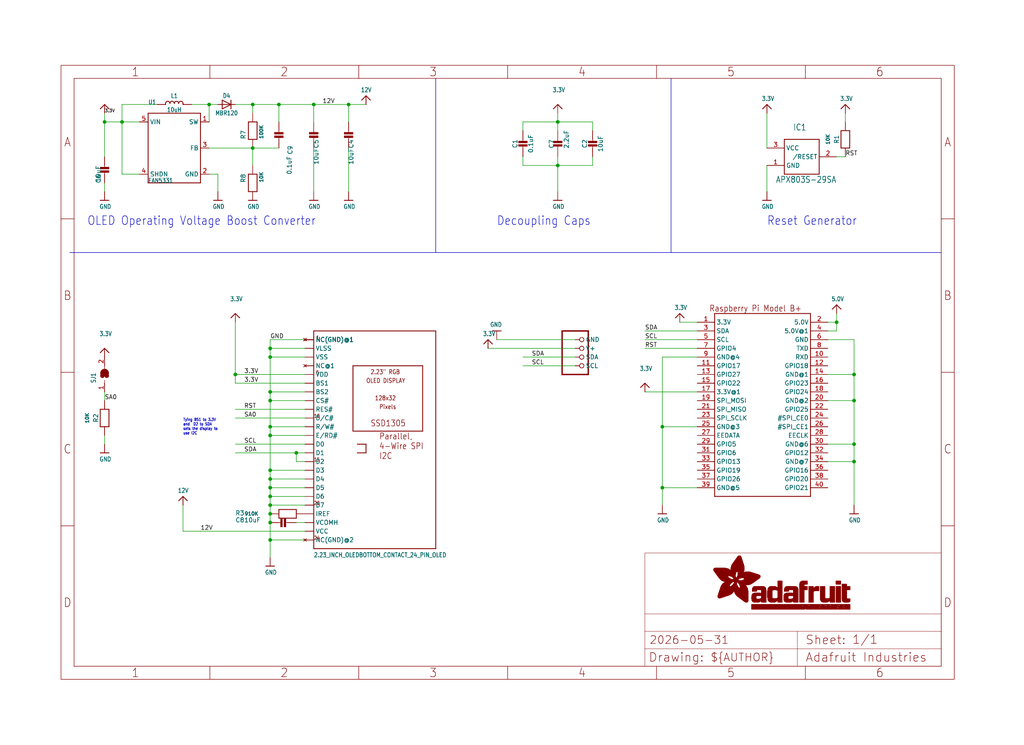
<source format=kicad_sch>
(kicad_sch (version 20230121) (generator eeschema)
  (paper "User" 298.45 217.322)
  (lib_symbols
    (symbol "working-eagle-import:12V" (power)
      (property "Value" "12V" (at -1.524 1.016 0))
      (symbol "12V_1_0"
        (pin power_in line (at 0 -2.54 90) (length 2.54) (name "12V") (number "1"))
      )
    )
    (symbol "working-eagle-import:2.23_INCH_OLEDBOTTOM_CONTACT_24_PIN_OLED"
      (symbol "2.23_INCH_OLEDBOTTOM_CONTACT_24_PIN_OLED_1_0"
        (text "1" (at -17.145 30.48 0) (effects (font (size 1.016 0.8636)) (justify left bottom)))
        (text "10" (at -17.78 7.62 0) (effects (font (size 1.016 0.8636)) (justify left bottom)))
        (text "128x32" (at 0 12.7 0) (effects (font (size 1.27 1.0795)) (justify left bottom)))
        (text "15" (at -17.78 -5.08 0) (effects (font (size 1.016 0.8636)) (justify left bottom)))
        (text "2.23\" RGB" (at -1.27 20.32 0) (effects (font (size 1.27 1.0795)) (justify left bottom)))
        (text "20" (at -17.78 -17.78 0) (effects (font (size 1.016 0.8636)) (justify left bottom)))
        (text "24" (at -17.78 -27.94 0) (effects (font (size 1.016 0.8636)) (justify left bottom)))
        (text "5" (at -17.145 20.32 0) (effects (font (size 1.016 0.8636)) (justify left bottom)))
        (text "OLED DISPLAY" (at -2.54 17.78 0) (effects (font (size 1.27 1.0795)) (justify left bottom)))
        (text "Parallel,\n4-Wire SPI\nI2C" (at 1.27 -4.445 0) (effects (font (size 1.778 1.5113)) (justify left bottom)))
        (text "Pixels" (at 1.27 10.16 0) (effects (font (size 1.27 1.0795)) (justify left bottom)))
        (text "SSD1305" (at -1.27 5.08 0) (effects (font (size 1.778 1.5113)) (justify left bottom)))
        (pin no_connect line (at -20.32 30.48 0) (length 2.54) (name "NC(GND)@1") (number "1"))
        (pin bidirectional line (at -20.32 7.62 0) (length 2.54) (name "D/C#") (number "10"))
        (pin bidirectional line (at -20.32 5.08 0) (length 2.54) (name "R/W#") (number "11"))
        (pin bidirectional line (at -20.32 2.54 0) (length 2.54) (name "E/RD#") (number "12"))
        (pin bidirectional line (at -20.32 0 0) (length 2.54) (name "D0") (number "13"))
        (pin bidirectional line (at -20.32 -2.54 0) (length 2.54) (name "D1") (number "14"))
        (pin bidirectional line (at -20.32 -5.08 0) (length 2.54) (name "D2") (number "15"))
        (pin bidirectional line (at -20.32 -7.62 0) (length 2.54) (name "D3") (number "16"))
        (pin bidirectional line (at -20.32 -10.16 0) (length 2.54) (name "D4") (number "17"))
        (pin bidirectional line (at -20.32 -12.7 0) (length 2.54) (name "D5") (number "18"))
        (pin bidirectional line (at -20.32 -15.24 0) (length 2.54) (name "D6") (number "19"))
        (pin power_in line (at -20.32 27.94 0) (length 2.54) (name "VLSS") (number "2"))
        (pin bidirectional line (at -20.32 -17.78 0) (length 2.54) (name "D7") (number "20"))
        (pin bidirectional line (at -20.32 -20.32 0) (length 2.54) (name "IREF") (number "21"))
        (pin power_in line (at -20.32 -22.86 0) (length 2.54) (name "VCOMH") (number "22"))
        (pin power_in line (at -20.32 -25.4 0) (length 2.54) (name "VCC") (number "23"))
        (pin no_connect line (at -20.32 -27.94 0) (length 2.54) (name "NC(GND)@2") (number "24"))
        (pin power_in line (at -20.32 25.4 0) (length 2.54) (name "VSS") (number "3"))
        (pin no_connect line (at -20.32 22.86 0) (length 2.54) (name "NC@1") (number "4"))
        (pin power_in line (at -20.32 20.32 0) (length 2.54) (name "VDD") (number "5"))
        (pin bidirectional line (at -20.32 17.78 0) (length 2.54) (name "BS1") (number "6"))
        (pin bidirectional line (at -20.32 15.24 0) (length 2.54) (name "BS2") (number "7"))
        (pin bidirectional line (at -20.32 12.7 0) (length 2.54) (name "CS#") (number "8"))
        (pin bidirectional line (at -20.32 10.16 0) (length 2.54) (name "RES#") (number "9"))
        (pin no_connect line (at -20.32 30.48 0) (length 2.54) (name "NC(GND)@1") (number "SPRT1"))
        (pin no_connect line (at -20.32 30.48 0) (length 2.54) (name "NC(GND)@1") (number "SPRT2"))
      )
    )
    (symbol "working-eagle-import:3.3V" (power)
      (property "Value" "3.3V" (at -1.524 1.016 0))
      (symbol "3.3V_1_0"
        (pin power_in line (at 0 -2.54 90) (length 2.54) (name "3.3V") (number "1"))
      )
    )
    (symbol "working-eagle-import:5.0V" (power)
      (property "Value" "5.0V" (at -1.524 1.016 0))
      (symbol "5.0V_1_0"
        (pin power_in line (at 0 -2.54 90) (length 2.54) (name "5.0V") (number "1"))
      )
    )
    (symbol "working-eagle-import:AXP083-SAG"
      (property "Reference" "IC" (at -5.08 -7.62 0))
      (symbol "AXP083-SAG_1_0"
        (pin power_in line (at -10.16 -2.54 0) (length 5.08) (name "GND") (number "1"))
        (pin output line (at 10.16 0 180) (length 5.08) (name "/RESET") (number "2"))
        (pin power_in line (at -10.16 2.54 0) (length 5.08) (name "VCC") (number "3"))
      )
    )
    (symbol "working-eagle-import:CAP_CERAMIC0603_NO"
      (property "Reference" "C" (at -2.29 1.25 90))
      (symbol "CAP_CERAMIC0603_NO_1_0"
        (pin passive line (at 0 5.08 270) (length 2.54) (name "1") (number "1"))
        (pin passive line (at 0 -2.54 90) (length 2.54) (name "2") (number "2"))
      )
    )
    (symbol "working-eagle-import:CAP_CERAMIC0805-NOOUTLINE"
      (property "Reference" "C" (at -2.29 1.25 90))
      (symbol "CAP_CERAMIC0805-NOOUTLINE_1_0"
        (pin passive line (at 0 5.08 270) (length 2.54) (name "1") (number "1"))
        (pin passive line (at 0 -2.54 90) (length 2.54) (name "2") (number "2"))
      )
    )
    (symbol "working-eagle-import:DIODESOD-123"
      (property "Reference" "D" (at 0 2.54 0))
      (symbol "DIODESOD-123_1_0"
        (pin passive line (at -2.54 0 0) (length 2.54) (name "A") (number "A"))
        (pin passive line (at 2.54 0 180) (length 2.54) (name "C") (number "C"))
      )
    )
    (symbol "working-eagle-import:FRAME_A4_ADAFRUIT"
      (symbol "FRAME_A4_ADAFRUIT_1_0"
        (text "${#}/${##}" (at 230.505 10.16 0) (effects (font (size 2.54 2.54)) (justify left bottom)))
        (text "${AUTHOR}" (at 189.23 5.08 0) (effects (font (size 2.286 2.286)) (justify left bottom)))
        (text "${CURRENT_DATE}" (at 171.45 10.16 0) (effects (font (size 2.286 2.286)) (justify left bottom)))
        (text "${PROJECTNAME}" (at 171.45 15.24 0) (effects (font (size 2.54 2.54)) (justify left bottom)))
        (text "1" (at 21.6958 1.905 0) (effects (font (size 2.54 2.286))))
        (text "1" (at 21.6958 177.165 0) (effects (font (size 2.54 2.286))))
        (text "2" (at 65.0875 1.905 0) (effects (font (size 2.54 2.286))))
        (text "2" (at 65.0875 177.165 0) (effects (font (size 2.54 2.286))))
        (text "3" (at 108.4792 1.905 0) (effects (font (size 2.54 2.286))))
        (text "3" (at 108.4792 177.165 0) (effects (font (size 2.54 2.286))))
        (text "4" (at 151.8708 1.905 0) (effects (font (size 2.54 2.286))))
        (text "4" (at 151.8708 177.165 0) (effects (font (size 2.54 2.286))))
        (text "5" (at 195.2625 1.905 0) (effects (font (size 2.54 2.286))))
        (text "5" (at 195.2625 177.165 0) (effects (font (size 2.54 2.286))))
        (text "6" (at 238.6542 1.905 0) (effects (font (size 2.54 2.286))))
        (text "6" (at 238.6542 177.165 0) (effects (font (size 2.54 2.286))))
        (text "A" (at 1.905 156.6863 0) (effects (font (size 2.54 2.286))))
        (text "A" (at 258.445 156.6863 0) (effects (font (size 2.54 2.286))))
        (text "Adafruit Industries" (at 216.916 4.953 0) (effects (font (size 2.54 2.54)) (justify left bottom)))
        (text "B" (at 1.905 111.9188 0) (effects (font (size 2.54 2.286))))
        (text "B" (at 258.445 111.9188 0) (effects (font (size 2.54 2.286))))
        (text "C" (at 1.905 67.1513 0) (effects (font (size 2.54 2.286))))
        (text "C" (at 258.445 67.1513 0) (effects (font (size 2.54 2.286))))
        (text "D" (at 1.905 22.3838 0) (effects (font (size 2.54 2.286))))
        (text "D" (at 258.445 22.3838 0) (effects (font (size 2.54 2.286))))
        (text "Drawing:" (at 171.196 4.953 0) (effects (font (size 2.54 2.54)) (justify left bottom)))
        (text "Sheet:" (at 216.916 10.033 0) (effects (font (size 2.54 2.54)) (justify left bottom)))
      )
    )
    (symbol "working-eagle-import:GND" (power)
      (property "Value" "GND" (at -1.524 -2.54 0))
      (symbol "GND_1_0"
        (pin power_in line (at 0 2.54 270) (length 2.54) (name "GND") (number "1"))
      )
    )
    (symbol "working-eagle-import:INDUCTOR"
      (property "Reference" "L" (at 0 2.54 0))
      (symbol "INDUCTOR_1_0"
        (pin passive line (at -5.08 0 0) (length 2.54) (name "1") (number "P$1"))
        (pin passive line (at 5.08 0 180) (length 2.54) (name "2") (number "P$2"))
      )
    )
    (symbol "working-eagle-import:RASPBERRYPI_BPLUS_BONNETSMT"
      (symbol "RASPBERRYPI_BPLUS_BONNETSMT_1_0"
        (text "Raspberry Pi Model B+" (at 12.7 25.4 0) (effects (font (size 1.778 1.5113)) (justify right top)))
        (pin power_in line (at -17.78 20.32 0) (length 5.08) (name "3.3V") (number "1"))
        (pin bidirectional line (at 20.32 10.16 180) (length 5.08) (name "RXD") (number "10"))
        (pin bidirectional line (at -17.78 7.62 0) (length 5.08) (name "GPIO17") (number "11"))
        (pin bidirectional line (at 20.32 7.62 180) (length 5.08) (name "GPIO18") (number "12"))
        (pin bidirectional line (at -17.78 5.08 0) (length 5.08) (name "GPIO27") (number "13"))
        (pin power_in line (at 20.32 5.08 180) (length 5.08) (name "GND@1") (number "14"))
        (pin bidirectional line (at -17.78 2.54 0) (length 5.08) (name "GPIO22") (number "15"))
        (pin bidirectional line (at 20.32 2.54 180) (length 5.08) (name "GPIO23") (number "16"))
        (pin power_in line (at -17.78 0 0) (length 5.08) (name "3.3V@1") (number "17"))
        (pin bidirectional line (at 20.32 0 180) (length 5.08) (name "GPIO24") (number "18"))
        (pin bidirectional line (at -17.78 -2.54 0) (length 5.08) (name "SPI_MOSI") (number "19"))
        (pin power_in line (at 20.32 20.32 180) (length 5.08) (name "5.0V") (number "2"))
        (pin power_in line (at 20.32 -2.54 180) (length 5.08) (name "GND@2") (number "20"))
        (pin bidirectional line (at -17.78 -5.08 0) (length 5.08) (name "SPI_MISO") (number "21"))
        (pin bidirectional line (at 20.32 -5.08 180) (length 5.08) (name "GPIO25") (number "22"))
        (pin bidirectional line (at -17.78 -7.62 0) (length 5.08) (name "SPI_SCLK") (number "23"))
        (pin bidirectional line (at 20.32 -7.62 180) (length 5.08) (name "#SPI_CE0") (number "24"))
        (pin power_in line (at -17.78 -10.16 0) (length 5.08) (name "GND@3") (number "25"))
        (pin bidirectional line (at 20.32 -10.16 180) (length 5.08) (name "#SPI_CE1") (number "26"))
        (pin bidirectional line (at -17.78 -12.7 0) (length 5.08) (name "EEDATA") (number "27"))
        (pin bidirectional line (at 20.32 -12.7 180) (length 5.08) (name "EECLK") (number "28"))
        (pin bidirectional line (at -17.78 -15.24 0) (length 5.08) (name "GPIO5") (number "29"))
        (pin bidirectional line (at -17.78 17.78 0) (length 5.08) (name "SDA") (number "3"))
        (pin power_in line (at 20.32 -15.24 180) (length 5.08) (name "GND@6") (number "30"))
        (pin bidirectional line (at -17.78 -17.78 0) (length 5.08) (name "GPIO6") (number "31"))
        (pin bidirectional line (at 20.32 -17.78 180) (length 5.08) (name "GPIO12") (number "32"))
        (pin bidirectional line (at -17.78 -20.32 0) (length 5.08) (name "GPIO13") (number "33"))
        (pin power_in line (at 20.32 -20.32 180) (length 5.08) (name "GND@7") (number "34"))
        (pin bidirectional line (at -17.78 -22.86 0) (length 5.08) (name "GPIO19") (number "35"))
        (pin bidirectional line (at 20.32 -22.86 180) (length 5.08) (name "GPIO16") (number "36"))
        (pin bidirectional line (at -17.78 -25.4 0) (length 5.08) (name "GPIO26") (number "37"))
        (pin bidirectional line (at 20.32 -25.4 180) (length 5.08) (name "GPIO20") (number "38"))
        (pin power_in line (at -17.78 -27.94 0) (length 5.08) (name "GND@5") (number "39"))
        (pin power_in line (at 20.32 17.78 180) (length 5.08) (name "5.0V@1") (number "4"))
        (pin bidirectional line (at 20.32 -27.94 180) (length 5.08) (name "GPIO21") (number "40"))
        (pin bidirectional line (at -17.78 15.24 0) (length 5.08) (name "SCL") (number "5"))
        (pin power_in line (at 20.32 15.24 180) (length 5.08) (name "GND") (number "6"))
        (pin bidirectional line (at -17.78 12.7 0) (length 5.08) (name "GPIO4") (number "7"))
        (pin bidirectional line (at 20.32 12.7 180) (length 5.08) (name "TXD") (number "8"))
        (pin power_in line (at -17.78 10.16 0) (length 5.08) (name "GND@4") (number "9"))
      )
    )
    (symbol "working-eagle-import:RESISTOR0805_NOOUTLINE"
      (property "Reference" "R" (at 0 2.54 0))
      (symbol "RESISTOR0805_NOOUTLINE_1_0"
        (pin passive line (at -5.08 0 0) (length 2.54) (name "1") (number "1"))
        (pin passive line (at 5.08 0 180) (length 2.54) (name "2") (number "2"))
      )
    )
    (symbol "working-eagle-import:RESISTOR_0603_NOOUT"
      (property "Reference" "R" (at 0 2.54 0))
      (symbol "RESISTOR_0603_NOOUT_1_0"
        (pin passive line (at -5.08 0 0) (length 2.54) (name "1") (number "1"))
        (pin passive line (at 5.08 0 180) (length 2.54) (name "2") (number "2"))
      )
    )
    (symbol "working-eagle-import:SOLDERJUMPER"
      (property "Reference" "SJ" (at -2.54 2.54 0))
      (symbol "SOLDERJUMPER_1_0"
        (pin passive line (at -5.08 0 0) (length 2.54) (name "1") (number "1"))
        (pin passive line (at 5.08 0 180) (length 2.54) (name "2") (number "2"))
      )
    )
    (symbol "working-eagle-import:STEMMA_I2C_QT"
      (symbol "STEMMA_I2C_QT_1_0"
        (pin passive inverted (at 0 5.08 0) (length 2.54) (name "GND") (number "1"))
        (pin passive inverted (at 0 2.54 0) (length 2.54) (name "V+") (number "2"))
        (pin passive inverted (at 0 0 0) (length 2.54) (name "SDA") (number "3"))
        (pin passive inverted (at 0 -2.54 0) (length 2.54) (name "SCL") (number "4"))
      )
      (symbol "STEMMA_I2C_QT_2_0"
        (pin bidirectional line (at 0 0 0) (length 5.08) (name "MT") (number "MT1"))
      )
      (symbol "STEMMA_I2C_QT_3_0"
        (pin bidirectional line (at 0 0 0) (length 5.08) (name "MT") (number "MT2"))
      )
    )
    (symbol "working-eagle-import:VIN" (power)
      (property "Value" "VIN" (at -1.524 1.016 0))
      (symbol "VIN_1_0"
        (pin power_in line (at 0 -2.54 90) (length 2.54) (name "VIN") (number "1"))
      )
    )
    (symbol "working-eagle-import:VREG_FAN5331"
      (property "Reference" "U" (at -7.62 12.7 0))
      (symbol "VREG_FAN5331_1_0"
        (pin bidirectional line (at 10.16 7.62 180) (length 2.54) (name "SW") (number "1"))
        (pin bidirectional line (at 10.16 -7.62 180) (length 2.54) (name "GND") (number "2"))
        (pin bidirectional line (at 10.16 0 180) (length 2.54) (name "FB") (number "3"))
        (pin bidirectional line (at -10.16 -7.62 0) (length 2.54) (name "SHDN") (number "4"))
        (pin bidirectional line (at -10.16 7.62 0) (length 2.54) (name "VIN") (number "5"))
      )
    )
  )
  (junction (at 60.96 30.48))
  (junction (at 81.28 30.48))
  (junction (at 193.04 142.24))
  (junction (at 78.74 116.84))
  (junction (at 162.56 35.56))
  (junction (at 248.92 116.84))
  (junction (at 248.92 134.62))
  (junction (at 248.92 129.54))
  (junction (at 162.56 48.26))
  (junction (at 78.74 139.7))
  (junction (at 78.74 142.24))
  (junction (at 248.92 109.22))
  (junction (at 73.66 43.18))
  (junction (at 86.36 132.08))
  (junction (at 243.84 93.98))
  (junction (at 78.74 124.46))
  (junction (at 35.56 35.56))
  (junction (at 78.74 149.86))
  (junction (at 30.48 35.56))
  (junction (at 78.74 147.32))
  (junction (at 78.74 114.3))
  (junction (at 78.74 127))
  (junction (at 91.44 30.48))
  (junction (at 193.04 124.46))
  (junction (at 78.74 152.4))
  (junction (at 78.74 101.6))
  (junction (at 73.66 30.48))
  (junction (at 78.74 157.48))
  (junction (at 78.74 137.16))
  (junction (at 78.74 144.78))
  (junction (at 101.6 30.48))
  (junction (at 68.58 109.22))
  (junction (at 78.74 104.14))
  (wire (pts (xy 88.9 129.54) (xy 68.58 129.54)) (stroke (width 0.1524)))
  (wire (pts (xy 172.72 35.56) (xy 162.56 35.56)) (stroke (width 0.1524)))
  (wire (pts (xy 78.74 157.48) (xy 88.9 157.48)) (stroke (width 0.1524)))
  (wire (pts (xy 78.74 147.32) (xy 88.9 147.32)) (stroke (width 0.1524)))
  (wire (pts (xy 63.5 50.8) (xy 63.5 55.88)) (stroke (width 0.1524)))
  (wire (pts (xy 78.74 142.24) (xy 88.9 142.24)) (stroke (width 0.1524)))
  (wire (pts (xy 203.2 99.06) (xy 187.96 99.06)) (stroke (width 0.1524)))
  (wire (pts (xy 86.36 132.08) (xy 68.58 132.08)) (stroke (width 0.1524)))
  (wire (pts (xy 78.74 162.56) (xy 78.74 157.48)) (stroke (width 0.1524)))
  (wire (pts (xy 40.64 50.8) (xy 35.56 50.8)) (stroke (width 0.1524)))
  (wire (pts (xy 91.44 43.18) (xy 91.44 55.88)) (stroke (width 0.1524)))
  (wire (pts (xy 162.56 38.1) (xy 162.56 35.56)) (stroke (width 0.1524)))
  (wire (pts (xy 73.66 30.48) (xy 73.66 33.02)) (stroke (width 0.1524)))
  (wire (pts (xy 73.66 30.48) (xy 81.28 30.48)) (stroke (width 0.1524)))
  (wire (pts (xy 193.04 142.24) (xy 193.04 147.32)) (stroke (width 0.1524)))
  (wire (pts (xy 78.74 101.6) (xy 78.74 104.14)) (stroke (width 0.1524)))
  (wire (pts (xy 78.74 142.24) (xy 78.74 144.78)) (stroke (width 0.1524)))
  (wire (pts (xy 78.74 116.84) (xy 78.74 114.3)) (stroke (width 0.1524)))
  (wire (pts (xy 241.3 99.06) (xy 248.92 99.06)) (stroke (width 0.1524)))
  (wire (pts (xy 30.48 35.56) (xy 30.48 45.72)) (stroke (width 0.1524)))
  (wire (pts (xy 193.04 104.14) (xy 193.04 124.46)) (stroke (width 0.1524)))
  (wire (pts (xy 203.2 104.14) (xy 193.04 104.14)) (stroke (width 0.1524)))
  (wire (pts (xy 162.56 48.26) (xy 162.56 55.88)) (stroke (width 0.1524)))
  (wire (pts (xy 88.9 132.08) (xy 86.36 132.08)) (stroke (width 0.1524)))
  (wire (pts (xy 53.34 154.94) (xy 53.34 147.32)) (stroke (width 0.1524)))
  (wire (pts (xy 246.38 35.56) (xy 246.38 33.02)) (stroke (width 0.1524)))
  (wire (pts (xy 60.96 30.48) (xy 55.88 30.48)) (stroke (width 0.1524)))
  (wire (pts (xy 248.92 99.06) (xy 248.92 109.22)) (stroke (width 0.1524)))
  (wire (pts (xy 223.52 48.26) (xy 223.52 55.88)) (stroke (width 0.1524)))
  (wire (pts (xy 60.96 30.48) (xy 63.5 30.48)) (stroke (width 0.1524)))
  (wire (pts (xy 86.36 134.62) (xy 86.36 132.08)) (stroke (width 0.1524)))
  (wire (pts (xy 30.48 53.34) (xy 30.48 55.88)) (stroke (width 0.1524)))
  (wire (pts (xy 78.74 137.16) (xy 78.74 139.7)) (stroke (width 0.1524)))
  (wire (pts (xy 223.52 43.18) (xy 223.52 33.02)) (stroke (width 0.1524)))
  (wire (pts (xy 88.9 99.06) (xy 78.74 99.06)) (stroke (width 0.1524)))
  (wire (pts (xy 30.48 114.3) (xy 30.48 116.84)) (stroke (width 0.1524)))
  (wire (pts (xy 88.9 104.14) (xy 78.74 104.14)) (stroke (width 0.1524)))
  (wire (pts (xy 73.66 55.88) (xy 73.66 58.42)) (stroke (width 0.1524)))
  (wire (pts (xy 78.74 149.86) (xy 78.74 152.4)) (stroke (width 0.1524)))
  (wire (pts (xy 203.2 114.3) (xy 187.96 114.3)) (stroke (width 0.1524)))
  (polyline (pts (xy 127 22.86) (xy 127 73.66)) (stroke (width 0.1524) (type solid)))
  (wire (pts (xy 88.9 127) (xy 78.74 127)) (stroke (width 0.1524)))
  (polyline (pts (xy 195.58 22.86) (xy 195.58 73.66)) (stroke (width 0.1524) (type solid)))
  (wire (pts (xy 162.56 35.56) (xy 152.4 35.56)) (stroke (width 0.1524)))
  (wire (pts (xy 203.2 124.46) (xy 193.04 124.46)) (stroke (width 0.1524)))
  (wire (pts (xy 241.3 129.54) (xy 248.92 129.54)) (stroke (width 0.1524)))
  (wire (pts (xy 60.96 35.56) (xy 60.96 30.48)) (stroke (width 0.1524)))
  (wire (pts (xy 241.3 109.22) (xy 248.92 109.22)) (stroke (width 0.1524)))
  (wire (pts (xy 88.9 116.84) (xy 78.74 116.84)) (stroke (width 0.1524)))
  (wire (pts (xy 172.72 45.72) (xy 172.72 48.26)) (stroke (width 0.1524)))
  (wire (pts (xy 35.56 50.8) (xy 35.56 35.56)) (stroke (width 0.1524)))
  (wire (pts (xy 78.74 116.84) (xy 78.74 124.46)) (stroke (width 0.1524)))
  (wire (pts (xy 35.56 35.56) (xy 35.56 30.48)) (stroke (width 0.1524)))
  (wire (pts (xy 243.84 93.98) (xy 243.84 91.44)) (stroke (width 0.1524)))
  (wire (pts (xy 78.74 99.06) (xy 78.74 101.6)) (stroke (width 0.1524)))
  (wire (pts (xy 78.74 104.14) (xy 78.74 114.3)) (stroke (width 0.1524)))
  (wire (pts (xy 78.74 152.4) (xy 78.74 157.48)) (stroke (width 0.1524)))
  (wire (pts (xy 30.48 35.56) (xy 30.48 33.02)) (stroke (width 0.1524)))
  (wire (pts (xy 68.58 30.48) (xy 73.66 30.48)) (stroke (width 0.1524)))
  (wire (pts (xy 152.4 104.14) (xy 167.64 104.14)) (stroke (width 0.1524)))
  (wire (pts (xy 81.28 30.48) (xy 91.44 30.48)) (stroke (width 0.1524)))
  (wire (pts (xy 88.9 139.7) (xy 78.74 139.7)) (stroke (width 0.1524)))
  (wire (pts (xy 60.96 43.18) (xy 73.66 43.18)) (stroke (width 0.1524)))
  (wire (pts (xy 73.66 43.18) (xy 73.66 48.26)) (stroke (width 0.1524)))
  (wire (pts (xy 241.3 116.84) (xy 248.92 116.84)) (stroke (width 0.1524)))
  (wire (pts (xy 88.9 119.38) (xy 68.58 119.38)) (stroke (width 0.1524)))
  (wire (pts (xy 88.9 101.6) (xy 78.74 101.6)) (stroke (width 0.1524)))
  (wire (pts (xy 91.44 30.48) (xy 91.44 35.56)) (stroke (width 0.1524)))
  (wire (pts (xy 60.96 50.8) (xy 63.5 50.8)) (stroke (width 0.1524)))
  (wire (pts (xy 78.74 127) (xy 78.74 124.46)) (stroke (width 0.1524)))
  (wire (pts (xy 88.9 121.92) (xy 68.58 121.92)) (stroke (width 0.1524)))
  (wire (pts (xy 162.56 35.56) (xy 162.56 33.02)) (stroke (width 0.1524)))
  (wire (pts (xy 35.56 30.48) (xy 45.72 30.48)) (stroke (width 0.1524)))
  (wire (pts (xy 30.48 129.54) (xy 30.48 127)) (stroke (width 0.1524)))
  (wire (pts (xy 78.74 144.78) (xy 78.74 147.32)) (stroke (width 0.1524)))
  (wire (pts (xy 203.2 93.98) (xy 198.12 93.98)) (stroke (width 0.1524)))
  (wire (pts (xy 203.2 96.52) (xy 187.96 96.52)) (stroke (width 0.1524)))
  (wire (pts (xy 78.74 144.78) (xy 88.9 144.78)) (stroke (width 0.1524)))
  (wire (pts (xy 248.92 109.22) (xy 248.92 116.84)) (stroke (width 0.1524)))
  (wire (pts (xy 241.3 134.62) (xy 248.92 134.62)) (stroke (width 0.1524)))
  (wire (pts (xy 88.9 111.76) (xy 68.58 111.76)) (stroke (width 0.1524)))
  (wire (pts (xy 167.64 101.6) (xy 142.24 101.6)) (stroke (width 0.1524)))
  (wire (pts (xy 193.04 124.46) (xy 193.04 142.24)) (stroke (width 0.1524)))
  (wire (pts (xy 35.56 35.56) (xy 30.48 35.56)) (stroke (width 0.1524)))
  (wire (pts (xy 88.9 137.16) (xy 78.74 137.16)) (stroke (width 0.1524)))
  (wire (pts (xy 86.36 152.4) (xy 88.9 152.4)) (stroke (width 0.1524)))
  (polyline (pts (xy 195.58 73.66) (xy 274.32 73.66)) (stroke (width 0.1524) (type solid)))
  (wire (pts (xy 68.58 93.98) (xy 68.58 109.22)) (stroke (width 0.1524)))
  (wire (pts (xy 152.4 106.68) (xy 167.64 106.68)) (stroke (width 0.1524)))
  (wire (pts (xy 248.92 134.62) (xy 248.92 147.32)) (stroke (width 0.1524)))
  (wire (pts (xy 88.9 109.22) (xy 68.58 109.22)) (stroke (width 0.1524)))
  (wire (pts (xy 152.4 35.56) (xy 152.4 38.1)) (stroke (width 0.1524)))
  (wire (pts (xy 172.72 38.1) (xy 172.72 35.56)) (stroke (width 0.1524)))
  (wire (pts (xy 78.74 127) (xy 78.74 137.16)) (stroke (width 0.1524)))
  (wire (pts (xy 172.72 48.26) (xy 162.56 48.26)) (stroke (width 0.1524)))
  (wire (pts (xy 101.6 43.18) (xy 101.6 55.88)) (stroke (width 0.1524)))
  (wire (pts (xy 91.44 30.48) (xy 101.6 30.48)) (stroke (width 0.1524)))
  (wire (pts (xy 248.92 129.54) (xy 248.92 134.62)) (stroke (width 0.1524)))
  (wire (pts (xy 101.6 30.48) (xy 106.68 30.48)) (stroke (width 0.1524)))
  (wire (pts (xy 81.28 30.48) (xy 81.28 35.56)) (stroke (width 0.1524)))
  (wire (pts (xy 243.84 96.52) (xy 243.84 93.98)) (stroke (width 0.1524)))
  (wire (pts (xy 162.56 45.72) (xy 162.56 48.26)) (stroke (width 0.1524)))
  (wire (pts (xy 40.64 35.56) (xy 35.56 35.56)) (stroke (width 0.1524)))
  (wire (pts (xy 243.84 45.72) (xy 246.38 45.72)) (stroke (width 0.1524)))
  (wire (pts (xy 167.64 99.06) (xy 144.78 99.06)) (stroke (width 0.1524)))
  (wire (pts (xy 241.3 93.98) (xy 243.84 93.98)) (stroke (width 0.1524)))
  (wire (pts (xy 88.9 134.62) (xy 86.36 134.62)) (stroke (width 0.1524)))
  (wire (pts (xy 88.9 154.94) (xy 53.34 154.94)) (stroke (width 0.1524)))
  (wire (pts (xy 73.66 43.18) (xy 81.28 43.18)) (stroke (width 0.1524)))
  (polyline (pts (xy 20.32 73.66) (xy 127 73.66)) (stroke (width 0.1524) (type solid)))
  (polyline (pts (xy 127 73.66) (xy 195.58 73.66)) (stroke (width 0.1524) (type solid)))
  (wire (pts (xy 203.2 142.24) (xy 193.04 142.24)) (stroke (width 0.1524)))
  (wire (pts (xy 78.74 147.32) (xy 78.74 149.86)) (stroke (width 0.1524)))
  (wire (pts (xy 203.2 101.6) (xy 187.96 101.6)) (stroke (width 0.1524)))
  (wire (pts (xy 152.4 45.72) (xy 152.4 48.26)) (stroke (width 0.1524)))
  (wire (pts (xy 78.74 139.7) (xy 78.74 142.24)) (stroke (width 0.1524)))
  (wire (pts (xy 101.6 30.48) (xy 101.6 35.56)) (stroke (width 0.1524)))
  (wire (pts (xy 248.92 116.84) (xy 248.92 129.54)) (stroke (width 0.1524)))
  (wire (pts (xy 152.4 48.26) (xy 162.56 48.26)) (stroke (width 0.1524)))
  (wire (pts (xy 88.9 124.46) (xy 78.74 124.46)) (stroke (width 0.1524)))
  (wire (pts (xy 241.3 96.52) (xy 243.84 96.52)) (stroke (width 0.1524)))
  (wire (pts (xy 88.9 114.3) (xy 78.74 114.3)) (stroke (width 0.1524)))
  (wire (pts (xy 68.58 111.76) (xy 68.58 109.22)) (stroke (width 0.1524)))
  (text "OLED Operating Voltage Boost Converter" (at 25.4 66.04 0) (effects (font (size 2.54 2.159)) (justify left bottom)))
  (text "Tying BS1 to 3.3V\nand  D2 to SDA\nsets the display to\nuse I2C" (at 53.34 127 0) (effects (font (size 0.8128 0.6908)) (justify left bottom)))
  (text "Reset Generator" (at 223.52 66.04 0) (effects (font (size 2.54 2.159)) (justify left bottom)))
  (text "Decoupling Caps" (at 144.78 66.04 0) (effects (font (size 2.54 2.159)) (justify left bottom)))
  (label "3.3V" (at 71.12 109.22 0) (effects (font (size 1.2446 1.2446))))
  (label "SA0" (at 30.48 116.84 0) (effects (font (size 1.2446 1.2446))))
  (label "GND" (at 78.74 99.06 0) (effects (font (size 1.2446 1.2446))))
  (label "SDA" (at 187.96 96.52 0) (effects (font (size 1.2446 1.2446))))
  (label "SCL" (at 71.12 129.54 0) (effects (font (size 1.2446 1.2446))))
  (label "SDA" (at 154.94 104.14 0) (effects (font (size 1.2446 1.2446))))
  (label "12V" (at 58.42 154.94 0) (effects (font (size 1.2446 1.2446))))
  (label "12V" (at 93.98 30.48 0) (effects (font (size 1.2446 1.2446))))
  (label "SCL" (at 187.96 99.06 0) (effects (font (size 1.2446 1.2446))))
  (label "SDA" (at 71.12 132.08 0) (effects (font (size 1.2446 1.2446))))
  (label "3.3V" (at 71.12 111.76 0) (effects (font (size 1.2446 1.2446))))
  (label "SCL" (at 154.94 106.68 0) (effects (font (size 1.2446 1.2446))))
  (label "RST" (at 187.96 101.6 0) (effects (font (size 1.2446 1.2446))))
  (label "RST" (at 71.12 119.38 0) (effects (font (size 1.2446 1.2446))))
  (label "3.3V" (at 30.48 33.02 0) (effects (font (size 0.889 0.889))))
  (label "RST" (at 246.38 45.72 0) (effects (font (size 1.2446 1.2446))))
  (label "SA0" (at 71.12 121.92 0) (effects (font (size 1.2446 1.2446))))
  (symbol (lib_id "working-eagle-import:RESISTOR_0603_NOOUT") (at 73.66 38.1 90) (unit 1)
    (property "Reference" "R7" (at 71.628 40.64 0) (effects (justify left bottom)))
    (property "Value" "100K" (at 76.835 40.64 0) (effects (font (size 1.016 1.016) bold) (justify left bottom)))
    (property "Footprint" "working:0603-NO" (effects hide))
  )
  (symbol (lib_id "working-eagle-import:RESISTOR_0603_NOOUT") (at 73.66 53.34 90) (unit 1)
    (property "Reference" "R8" (at 71.628 53.34 0) (effects (justify left bottom)))
    (property "Value" "10K" (at 76.835 53.34 0) (effects (font (size 1.016 1.016) bold) (justify left bottom)))
    (property "Footprint" "working:0603-NO" (effects hide))
  )
  (symbol (lib_id "working-eagle-import:5.0V") (at 243.84 88.9 0) (unit 1)
    (property "Reference" "#U$14" (effects hide))
    (property "Value" "5.0V" (at 242.316 87.884 0) (effects (font (size 1.27 1.0795)) (justify left bottom)))
  )
  (symbol (lib_id "working-eagle-import:GND") (at 162.56 58.42 0) (unit 1)
    (property "Reference" "#U$17" (effects hide))
    (property "Value" "GND" (at 161.036 60.96 0) (effects (font (size 1.27 1.0795)) (justify left bottom)))
  )
  (symbol (lib_id "working-eagle-import:CAP_CERAMIC0603_NO") (at 81.28 40.64 0) (unit 1)
    (property "Reference" "C9" (at 83.84 42.422 90) (effects (justify right top)))
    (property "Value" "0.1uF" (at 85.07 45.48 90) (effects (justify right bottom)))
    (property "Footprint" "working:0603-NO" (effects hide))
  )
  (symbol (lib_id "working-eagle-import:12V") (at 106.68 27.94 0) (unit 1)
    (property "Reference" "#U$39" (effects hide))
    (property "Value" "12V" (at 105.156 26.924 0) (effects (font (size 1.27 1.0795)) (justify left bottom)))
  )
  (symbol (lib_id "working-eagle-import:3.3V") (at 68.58 91.44 0) (unit 1)
    (property "Reference" "#U$30" (effects hide))
    (property "Value" "3.3V" (at 67.056 87.884 0) (effects (font (size 1.27 1.0795)) (justify left bottom)))
  )
  (symbol (lib_id "working-eagle-import:GND") (at 30.48 58.42 0) (unit 1)
    (property "Reference" "#U$34" (effects hide))
    (property "Value" "GND" (at 28.956 60.96 0) (effects (font (size 1.27 1.0795)) (justify left bottom)))
  )
  (symbol (lib_id "working-eagle-import:CAP_CERAMIC0805-NOOUTLINE") (at 101.6 38.1 180) (unit 1)
    (property "Reference" "C4" (at 101.6 40.64 90) (effects (justify left bottom)))
    (property "Value" "10uF" (at 101.6 43.18 90) (effects (justify left bottom)))
    (property "Footprint" "working:0805-NO" (effects hide))
  )
  (symbol (lib_id "working-eagle-import:3.3V") (at 198.12 91.44 0) (unit 1)
    (property "Reference" "#U$3" (effects hide))
    (property "Value" "3.3V" (at 196.596 90.424 0) (effects (font (size 1.27 1.0795)) (justify left bottom)))
  )
  (symbol (lib_id "working-eagle-import:2.23_INCH_OLEDBOTTOM_CONTACT_24_PIN_OLED") (at 109.22 129.54 0) (unit 1)
    (property "Reference" "U$33" (effects hide))
    (property "Value" "2.23_INCH_OLEDBOTTOM_CONTACT_24_PIN_OLED" (at 91.44 162.56 0) (effects (font (size 1.27 1.0795)) (justify left bottom)))
    (property "Footprint" "working:2.23OLED_BOTTOM_CONTACT" (effects hide))
  )
  (symbol (lib_id "working-eagle-import:GND") (at 248.92 149.86 0) (unit 1)
    (property "Reference" "#U$4" (effects hide))
    (property "Value" "GND" (at 247.396 152.4 0) (effects (font (size 1.27 1.0795)) (justify left bottom)))
  )
  (symbol (lib_id "working-eagle-import:AXP083-SAG") (at 233.68 45.72 0) (unit 1)
    (property "Reference" "IC1" (at 231.14 38.1 0) (effects (font (size 1.778 1.5113)) (justify left bottom)))
    (property "Value" "APX803S-29SA" (at 226.06 53.34 0) (effects (font (size 1.778 1.5113)) (justify left bottom)))
    (property "Footprint" "working:SOT23" (effects hide))
  )
  (symbol (lib_id "working-eagle-import:CAP_CERAMIC0805-NOOUTLINE") (at 83.82 152.4 90) (unit 1)
    (property "Reference" "C8" (at 68.58 152.4 90) (effects (justify right top)))
    (property "Value" "10uF" (at 71.12 152.4 90) (effects (justify right top)))
    (property "Footprint" "working:0805-NO" (effects hide))
  )
  (symbol (lib_id "working-eagle-import:STEMMA_I2C_QT") (at 167.64 104.14 0) (unit 1)
    (property "Reference" "CONN1" (effects hide))
    (property "Value" "STEMMA_I2C_QT" (effects hide))
    (property "Footprint" "working:JST_SH4" (effects hide))
  )
  (symbol (lib_id "working-eagle-import:GND") (at 63.5 58.42 0) (unit 1)
    (property "Reference" "#U$38" (effects hide))
    (property "Value" "GND" (at 61.976 60.96 0) (effects (font (size 1.27 1.0795)) (justify left bottom)))
  )
  (symbol (lib_id "working-eagle-import:DIODESOD-123") (at 66.04 30.48 0) (unit 1)
    (property "Reference" "D4" (at 66.04 27.94 0) (effects (font (size 1.27 1.0795))))
    (property "Value" "MBR120" (at 66.04 32.98 0) (effects (font (size 1.27 1.0795))))
    (property "Footprint" "working:SOD-123" (effects hide))
  )
  (symbol (lib_id "working-eagle-import:GND") (at 144.78 96.52 180) (unit 1)
    (property "Reference" "#U$25" (effects hide))
    (property "Value" "GND" (at 146.304 93.98 0) (effects (font (size 1.27 1.0795)) (justify left bottom)))
  )
  (symbol (lib_id "working-eagle-import:SOLDERJUMPER") (at 30.48 109.22 90) (unit 1)
    (property "Reference" "SJ1" (at 27.94 111.76 0) (effects (font (size 1.27 1.0795)) (justify left bottom)))
    (property "Value" "SOLDERJUMPER" (effects hide))
    (property "Footprint" "working:SOLDERJUMPER_ARROW_NOPASTE" (effects hide))
  )
  (symbol (lib_id "working-eagle-import:3.3V") (at 223.52 30.48 0) (unit 1)
    (property "Reference" "#U$7" (effects hide))
    (property "Value" "3.3V" (at 221.996 29.464 0) (effects (font (size 1.27 1.0795)) (justify left bottom)))
  )
  (symbol (lib_id "working-eagle-import:CAP_CERAMIC0805-NOOUTLINE") (at 30.48 48.26 180) (unit 1)
    (property "Reference" "C6" (at 27.94 50.8 90) (effects (justify left bottom)))
    (property "Value" "10uF" (at 27.94 48.26 90) (effects (justify left bottom)))
    (property "Footprint" "working:0805-NO" (effects hide))
  )
  (symbol (lib_id "working-eagle-import:RASPBERRYPI_BPLUS_BONNETSMT") (at 220.98 114.3 0) (unit 1)
    (property "Reference" "RPI1" (effects hide))
    (property "Value" "RASPBERRYPI_BPLUS_BONNETSMT" (effects hide))
    (property "Footprint" "working:PI_BONNET_SMT" (effects hide))
  )
  (symbol (lib_id "working-eagle-import:3.3V") (at 162.56 30.48 0) (unit 1)
    (property "Reference" "#U$16" (effects hide))
    (property "Value" "3.3V" (at 161.036 26.924 0) (effects (font (size 1.27 1.0795)) (justify left bottom)))
  )
  (symbol (lib_id "working-eagle-import:GND") (at 30.48 132.08 0) (unit 1)
    (property "Reference" "#U$10" (effects hide))
    (property "Value" "GND" (at 28.956 134.62 0) (effects (font (size 1.27 1.0795)) (justify left bottom)))
  )
  (symbol (lib_id "working-eagle-import:FRAME_A4_ADAFRUIT") (at 17.78 198.12 0) (unit 1)
    (property "Reference" "#U$1" (effects hide))
    (property "Value" "FRAME_A4_ADAFRUIT" (effects hide))
  )
  (symbol (lib_id "working-eagle-import:CAP_CERAMIC0805-NOOUTLINE") (at 91.44 38.1 180) (unit 1)
    (property "Reference" "C5" (at 91.44 40.64 90) (effects (justify left bottom)))
    (property "Value" "10uF" (at 91.44 43.18 90) (effects (justify left bottom)))
    (property "Footprint" "working:0805-NO" (effects hide))
  )
  (symbol (lib_id "working-eagle-import:GND") (at 91.44 58.42 0) (unit 1)
    (property "Reference" "#U$36" (effects hide))
    (property "Value" "GND" (at 89.916 60.96 0) (effects (font (size 1.27 1.0795)) (justify left bottom)))
  )
  (symbol (lib_id "working-eagle-import:12V") (at 53.34 144.78 0) (unit 1)
    (property "Reference" "#U$27" (effects hide))
    (property "Value" "12V" (at 51.816 143.764 0) (effects (font (size 1.27 1.0795)) (justify left bottom)))
  )
  (symbol (lib_id "working-eagle-import:3.3V") (at 142.24 99.06 0) (unit 1)
    (property "Reference" "#U$24" (effects hide))
    (property "Value" "3.3V" (at 140.716 98.044 0) (effects (font (size 1.27 1.0795)) (justify left bottom)))
  )
  (symbol (lib_id "working-eagle-import:3.3V") (at 30.48 101.6 0) (unit 1)
    (property "Reference" "#U$5" (effects hide))
    (property "Value" "3.3V" (at 28.956 98.044 0) (effects (font (size 1.27 1.0795)) (justify left bottom)))
  )
  (symbol (lib_id "working-eagle-import:GND") (at 101.6 58.42 0) (unit 1)
    (property "Reference" "#U$37" (effects hide))
    (property "Value" "GND" (at 100.076 60.96 0) (effects (font (size 1.27 1.0795)) (justify left bottom)))
  )
  (symbol (lib_id "working-eagle-import:RESISTOR0805_NOOUTLINE") (at 83.82 149.86 0) (unit 1)
    (property "Reference" "R3" (at 68.58 150.368 0) (effects (justify left bottom)))
    (property "Value" "910K" (at 71.12 150.495 0) (effects (font (size 1.016 1.016) bold) (justify left bottom)))
    (property "Footprint" "working:0805-NO" (effects hide))
  )
  (symbol (lib_id "working-eagle-import:GND") (at 223.52 58.42 0) (unit 1)
    (property "Reference" "#U$9" (effects hide))
    (property "Value" "GND" (at 221.996 60.96 0) (effects (font (size 1.27 1.0795)) (justify left bottom)))
  )
  (symbol (lib_id "working-eagle-import:RESISTOR_0603_NOOUT") (at 30.48 121.92 90) (unit 1)
    (property "Reference" "R2" (at 27.94 121.92 0))
    (property "Value" "10K" (at 25.4 121.92 0) (effects (font (size 1.016 1.016) bold)))
    (property "Footprint" "working:0603-NO" (effects hide))
  )
  (symbol (lib_id "working-eagle-import:INDUCTOR") (at 50.8 30.48 0) (unit 1)
    (property "Reference" "L1" (at 50.8 27.94 0) (effects (font (size 1.27 1.0795))))
    (property "Value" "10uH" (at 50.8 32.02 0) (effects (font (size 1.27 1.0795))))
    (property "Footprint" "working:INDUCTOR_1007" (effects hide))
  )
  (symbol (lib_id "working-eagle-import:3.3V") (at 246.38 30.48 0) (unit 1)
    (property "Reference" "#U$12" (effects hide))
    (property "Value" "3.3V" (at 244.856 29.464 0) (effects (font (size 1.27 1.0795)) (justify left bottom)))
  )
  (symbol (lib_id "working-eagle-import:VREG_FAN5331") (at 50.8 43.18 0) (unit 1)
    (property "Reference" "U1" (at 43.18 30.48 0) (effects (font (size 1.27 1.0795)) (justify left bottom)))
    (property "Value" "FAN5331" (at 43.18 53.34 0) (effects (font (size 1.27 1.0795)) (justify left bottom)))
    (property "Footprint" "working:SOT23-5" (effects hide))
  )
  (symbol (lib_id "working-eagle-import:CAP_CERAMIC0805-NOOUTLINE") (at 162.56 40.64 180) (unit 1)
    (property "Reference" "C7" (at 160.02 40.64 90) (effects (justify left bottom)))
    (property "Value" "2.2uF" (at 165.1 40.64 90))
    (property "Footprint" "working:0805-NO" (effects hide))
  )
  (symbol (lib_id "working-eagle-import:RESISTOR_0603_NOOUT") (at 246.38 40.64 90) (unit 1)
    (property "Reference" "R1" (at 243.84 40.64 0))
    (property "Value" "10K" (at 241.3 40.64 0) (effects (font (size 1.016 1.016) bold)))
    (property "Footprint" "working:0603-NO" (effects hide))
  )
  (symbol (lib_id "working-eagle-import:GND") (at 73.66 58.42 0) (unit 1)
    (property "Reference" "#U$35" (effects hide))
    (property "Value" "GND" (at 72.136 60.96 0) (effects (font (size 1.27 1.0795)) (justify left bottom)))
  )
  (symbol (lib_id "working-eagle-import:CAP_CERAMIC0603_NO") (at 152.4 43.18 0) (unit 1)
    (property "Reference" "C1" (at 150.11 41.93 90))
    (property "Value" "0.1uF" (at 154.7 41.93 90))
    (property "Footprint" "working:0603-NO" (effects hide))
  )
  (symbol (lib_id "working-eagle-import:3.3V") (at 187.96 111.76 0) (unit 1)
    (property "Reference" "#U$13" (effects hide))
    (property "Value" "3.3V" (at 186.436 108.204 0) (effects (font (size 1.27 1.0795)) (justify left bottom)))
  )
  (symbol (lib_id "working-eagle-import:GND") (at 78.74 165.1 0) (unit 1)
    (property "Reference" "#U$29" (effects hide))
    (property "Value" "GND" (at 77.216 167.64 0) (effects (font (size 1.27 1.0795)) (justify left bottom)))
  )
  (symbol (lib_id "working-eagle-import:CAP_CERAMIC0805-NOOUTLINE") (at 172.72 43.18 0) (unit 1)
    (property "Reference" "C2" (at 170.43 41.93 90))
    (property "Value" "10uF" (at 175.02 41.93 90))
    (property "Footprint" "working:0805-NO" (effects hide))
  )
  (symbol (lib_id "working-eagle-import:GND") (at 193.04 149.86 0) (unit 1)
    (property "Reference" "#U$8" (effects hide))
    (property "Value" "GND" (at 191.516 152.4 0) (effects (font (size 1.27 1.0795)) (justify left bottom)))
  )
  (symbol (lib_id "working-eagle-import:VIN") (at 30.48 30.48 0) (unit 1)
    (property "Reference" "#U$40" (effects hide))
    (property "Value" "VIN" (effects hide))
  )
)
</source>
